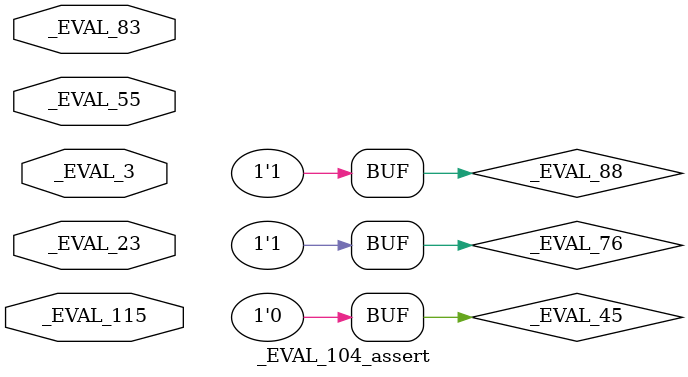
<source format=sv>
module _EVAL_104_assert(
  input   _EVAL_3,
  input   _EVAL_23,
  input   _EVAL_55,
  input   _EVAL_83,
  input   _EVAL_115
);
  wire  _EVAL_45;
  wire  _EVAL_46;
  wire  _EVAL_50;
  wire  _EVAL_59;
  wire  _EVAL_65;
  wire  _EVAL_66;
  wire  _EVAL_76;
  wire  _EVAL_79;
  wire  _EVAL_88;
  wire  _EVAL_95;
  wire  _EVAL_102;
  wire  _EVAL_130;
  wire  _EVAL_134;
  assign _EVAL_95 = _EVAL_66 | _EVAL_50;
  assign _EVAL_50 = _EVAL_115 | _EVAL_83;
  assign _EVAL_102 = ~_EVAL_83;
  assign _EVAL_45 = ~_EVAL_88;
  assign _EVAL_76 = _EVAL_66 | _EVAL_55;
  assign _EVAL_46 = ~_EVAL_134;
  assign _EVAL_134 = _EVAL_79 | _EVAL_3;
  assign _EVAL_65 = _EVAL_95 | _EVAL_3;
  assign _EVAL_130 = ~_EVAL_115;
  assign _EVAL_79 = _EVAL_130 | _EVAL_102;
  assign _EVAL_66 = ~_EVAL_55;
  assign _EVAL_59 = ~_EVAL_65;
  assign _EVAL_88 = _EVAL_76 | _EVAL_3;
  always @(posedge _EVAL_23) begin
    `ifndef SYNTHESIS
    `ifdef STOP_COND
      if (`STOP_COND) begin
    `endif
        if (_EVAL_59) begin
          $fatal;
        end
    `ifdef STOP_COND
      end
    `endif
    `endif // SYNTHESIS
    `ifndef SYNTHESIS
    `ifdef PRINTF_COND
      if (`PRINTF_COND) begin
    `endif
        if (_EVAL_45) begin
          $fwrite(32'h80000002,"Obfuscated Simulation Output(63a93300)\n");
        end
    `ifdef PRINTF_COND
      end
    `endif
    `endif // SYNTHESIS
    `ifndef SYNTHESIS
    `ifdef PRINTF_COND
      if (`PRINTF_COND) begin
    `endif
        if (_EVAL_59) begin
          $fwrite(32'h80000002,"Obfuscated Simulation Output(9f1ee53f)\n");
        end
    `ifdef PRINTF_COND
      end
    `endif
    `endif // SYNTHESIS
    `ifndef SYNTHESIS
    `ifdef PRINTF_COND
      if (`PRINTF_COND) begin
    `endif
        if (_EVAL_46) begin
          $fwrite(32'h80000002,"Obfuscated Simulation Output(d2af9277)\n");
        end
    `ifdef PRINTF_COND
      end
    `endif
    `endif // SYNTHESIS
    `ifndef SYNTHESIS
    `ifdef STOP_COND
      if (`STOP_COND) begin
    `endif
        if (_EVAL_46) begin
          $fatal;
        end
    `ifdef STOP_COND
      end
    `endif
    `endif // SYNTHESIS
    `ifndef SYNTHESIS
    `ifdef STOP_COND
      if (`STOP_COND) begin
    `endif
        if (_EVAL_45) begin
          $fatal;
        end
    `ifdef STOP_COND
      end
    `endif
    `endif // SYNTHESIS
  end

endmodule

</source>
